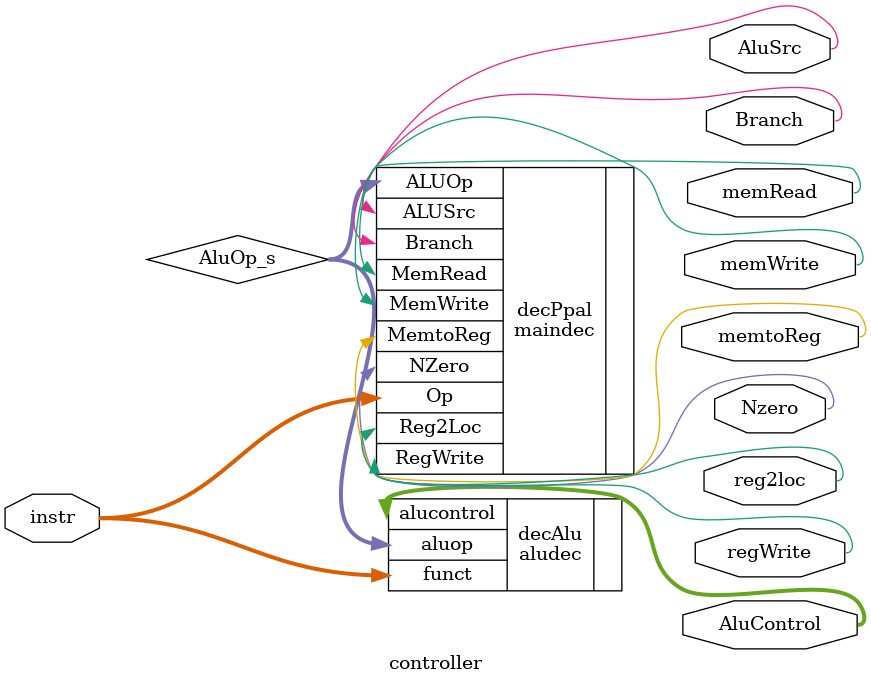
<source format=sv>

module controller(input logic [10:0] instr,
            output logic [3:0] AluControl,            
            output logic reg2loc, regWrite, AluSrc, Branch, Nzero,
                      memtoReg, memRead, memWrite);
                      
  logic [1:0] AluOp_s;
                      
  maindec   decPpal   (.Op(instr), 
              .Reg2Loc(reg2loc), 
              .ALUSrc(AluSrc), 
              .MemtoReg(memtoReg), 
              .RegWrite(regWrite), 
              .MemRead(memRead), 
              .MemWrite(memWrite), 
              .Branch(Branch),
              .NZero(Nzero),
              .ALUOp(AluOp_s));  
          
                
  aludec   decAlu   (.funct(instr), 
              .aluop(AluOp_s), 
              .alucontrol(AluControl));
      
endmodule

</source>
